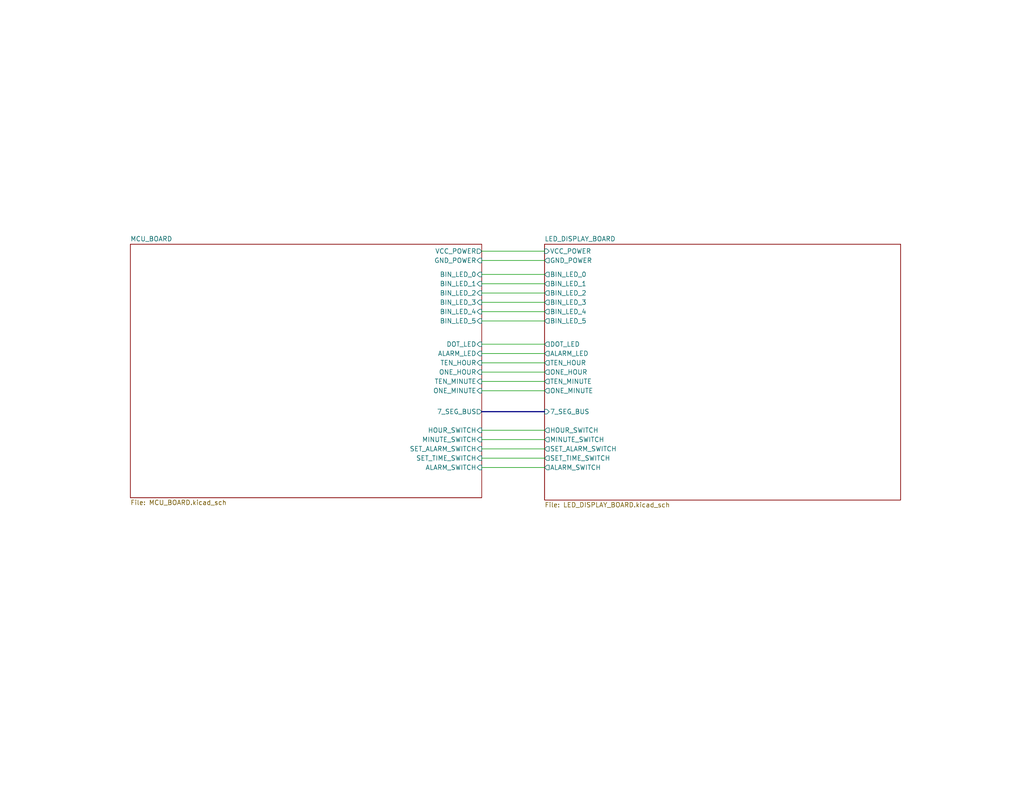
<source format=kicad_sch>
(kicad_sch (version 20211123) (generator eeschema)
  (paper "USLetter")
  (title_block (title "Military Time Clock") (date "2022-12-11") (rev "v1.0") (company "JDC"))
  (lib_symbols)
  (wire (pts (xy 131.445 80.01) (xy 148.59 80.01)))
  (wire (pts (xy 131.445 71.12) (xy 148.59 71.12)))
  (wire (pts (xy 131.445 74.93) (xy 148.59 74.93)))
  (wire (pts (xy 131.445 117.475) (xy 148.59 117.475)))
  (wire (pts (xy 131.445 77.47) (xy 148.59 77.47)))
  (wire (pts (xy 131.445 120.015) (xy 148.59 120.015)))
  (wire (pts (xy 131.445 122.555) (xy 148.59 122.555)))
  (wire (pts (xy 131.445 125.095) (xy 148.59 125.095)))
  (wire (pts (xy 131.445 68.58) (xy 148.59 68.58)))
  (bus (pts (xy 131.445 112.395) (xy 148.59 112.395)))
  (wire (pts (xy 131.445 101.6) (xy 148.59 101.6)))
  (wire (pts (xy 131.445 99.06) (xy 148.59 99.06)))
  (wire (pts (xy 131.445 104.14) (xy 148.59 104.14)))
  (wire (pts (xy 131.445 85.09) (xy 148.59 85.09)))
  (wire (pts (xy 131.445 93.98) (xy 148.59 93.98)))
  (wire (pts (xy 131.445 106.68) (xy 148.59 106.68)))
  (wire (pts (xy 131.445 96.52) (xy 148.59 96.52)))
  (wire (pts (xy 131.445 82.55) (xy 148.59 82.55)))
  (wire (pts (xy 131.445 87.63) (xy 148.59 87.63)))
  (wire (pts (xy 131.445 127.635) (xy 148.59 127.635)))
  (sheet (at 148.59 66.675) (size 97.155 69.85) (stroke (width 0.1524))
    (property "Sheet name" "LED_DISPLAY_BOARD" (at 148.59 65.9634 0) (effects (justify left bottom)))
    (property "Sheet file" "LED_DISPLAY_BOARD.kicad_sch" (at 148.59 137.1096 0) (effects (justify left top)))
    (pin "BIN_LED_2" output (at 148.59 80.01 180))
    (pin "BIN_LED_3" output (at 148.59 82.55 180))
    (pin "ALARM_LED" output (at 148.59 96.52 180))
    (pin "BIN_LED_4" output (at 148.59 85.09 180))
    (pin "BIN_LED_5" output (at 148.59 87.63 180))
    (pin "TEN_HOUR" output (at 148.59 99.06 180))
    (pin "GND_POWER" output (at 148.59 71.12 180))
    (pin "ONE_MINUTE" output (at 148.59 106.68 180))
    (pin "TEN_MINUTE" output (at 148.59 104.14 180))
    (pin "ONE_HOUR" output (at 148.59 101.6 180))
    (pin "7_SEG_BUS" input (at 148.59 112.395 180))
    (pin "DOT_LED" output (at 148.59 93.98 180))
    (pin "BIN_LED_0" output (at 148.59 74.93 180))
    (pin "BIN_LED_1" output (at 148.59 77.47 180))
    (pin "HOUR_SWITCH" output (at 148.59 117.475 180))
    (pin "MINUTE_SWITCH" output (at 148.59 120.015 180))
    (pin "SET_ALARM_SWITCH" output (at 148.59 122.555 180))
    (pin "SET_TIME_SWITCH" output (at 148.59 125.095 180))
    (pin "VCC_POWER" input (at 148.59 68.58 180))
    (pin "ALARM_SWITCH" output (at 148.59 127.635 180))
  )
  (sheet (at 35.56 66.675) (size 95.885 69.215) (stroke (width 0.1524))
    (property "Sheet name" "MCU_BOARD" (at 35.56 65.9634 0) (effects (justify left bottom)))
    (property "Sheet file" "MCU_BOARD.kicad_sch" (at 35.56 136.4746 0) (effects (justify left top)))
    (pin "7_SEG_BUS" output (at 131.445 112.395 0))
    (pin "VCC_POWER" output (at 131.445 68.58 0))
    (pin "GND_POWER" input (at 131.445 71.12 0))
    (pin "TEN_HOUR" input (at 131.445 99.06 0))
    (pin "TEN_MINUTE" input (at 131.445 104.14 0))
    (pin "ONE_HOUR" input (at 131.445 101.6 0))
    (pin "ONE_MINUTE" input (at 131.445 106.68 0))
    (pin "ALARM_SWITCH" input (at 131.445 127.635 0))
    (pin "SET_ALARM_SWITCH" input (at 131.445 122.555 0))
    (pin "SET_TIME_SWITCH" input (at 131.445 125.095 0))
    (pin "HOUR_SWITCH" input (at 131.445 117.475 0))
    (pin "MINUTE_SWITCH" input (at 131.445 120.015 0))
    (pin "BIN_LED_2" input (at 131.445 80.01 0))
    (pin "BIN_LED_0" input (at 131.445 74.93 0))
    (pin "BIN_LED_1" input (at 131.445 77.47 0))
    (pin "BIN_LED_3" input (at 131.445 82.55 0))
    (pin "BIN_LED_4" input (at 131.445 85.09 0))
    (pin "BIN_LED_5" input (at 131.445 87.63 0))
    (pin "ALARM_LED" input (at 131.445 96.52 0))
    (pin "DOT_LED" input (at 131.445 93.98 0))
  )
)
</source>
